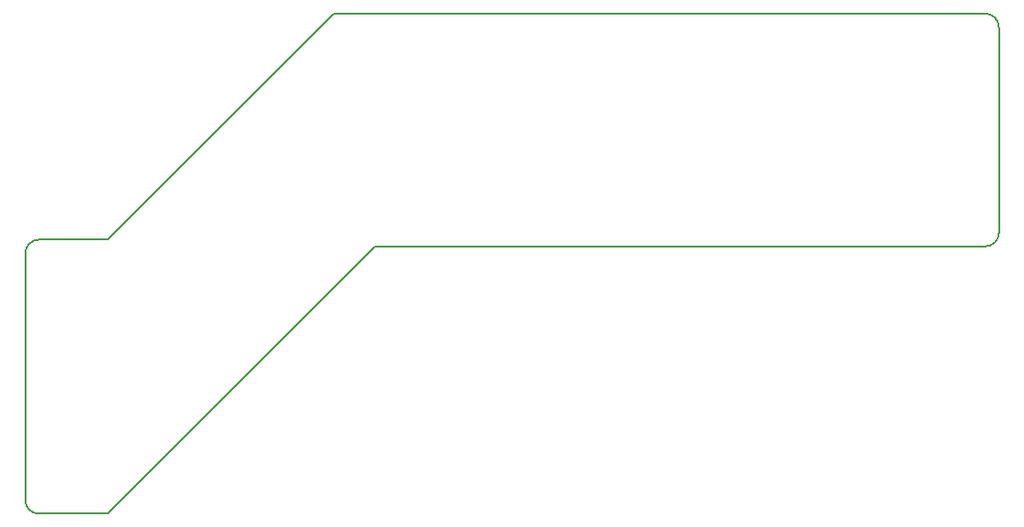
<source format=gm1>
G04 #@! TF.FileFunction,Profile,NP*
%FSLAX46Y46*%
G04 Gerber Fmt 4.6, Leading zero omitted, Abs format (unit mm)*
G04 Created by KiCad (PCBNEW 4.0.7) date 02/27/19 23:03:59*
%MOMM*%
%LPD*%
G01*
G04 APERTURE LIST*
%ADD10C,0.100000*%
%ADD11C,0.150000*%
G04 APERTURE END LIST*
D10*
D11*
X141605000Y-66040000D02*
X87630000Y-66040000D01*
X142875000Y-63500000D02*
X142875000Y-64770000D01*
X141605000Y-66040000D02*
G75*
G03X142875000Y-64770000I0J1270000D01*
G01*
X85090000Y-66040000D02*
X84455000Y-66675000D01*
X87630000Y-66040000D02*
X85090000Y-66040000D01*
X52705000Y-86360000D02*
X52705000Y-89535000D01*
X81280000Y-44450000D02*
X82550000Y-44450000D01*
X60325000Y-65405000D02*
X81280000Y-44450000D01*
X52705000Y-66675000D02*
X52705000Y-69850000D01*
X52705000Y-86360000D02*
X52705000Y-69850000D01*
X60325000Y-65405000D02*
X53975000Y-65405000D01*
X53975000Y-90805000D02*
X60325000Y-90805000D01*
X52705000Y-89535000D02*
G75*
G03X53975000Y-90805000I1270000J0D01*
G01*
X53975000Y-65405000D02*
G75*
G03X52705000Y-66675000I0J-1270000D01*
G01*
X84455000Y-44450000D02*
X82550000Y-44450000D01*
X60325000Y-90805000D02*
X84455000Y-66675000D01*
X84455000Y-44450000D02*
X141605000Y-44450000D01*
X142875000Y-45720000D02*
X142875000Y-63500000D01*
X142875000Y-45720000D02*
G75*
G03X141605000Y-44450000I-1270000J0D01*
G01*
M02*

</source>
